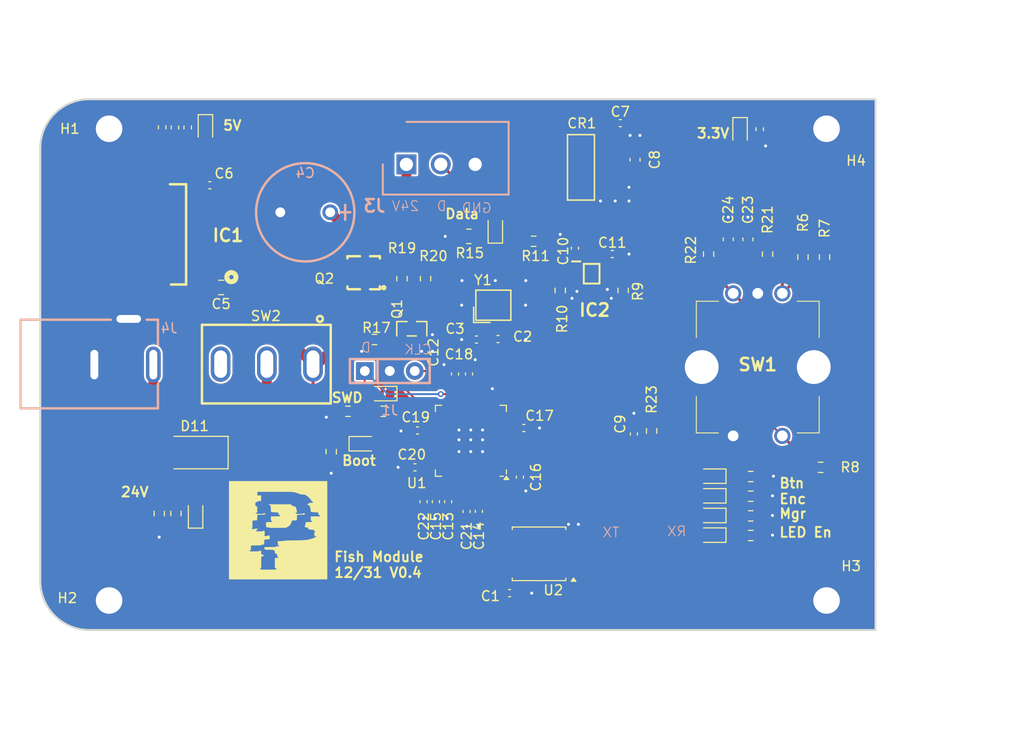
<source format=kicad_pcb>
(kicad_pcb (version 20240108) (generator "pcbnew") (generator_version "8.0")
  (layers (0 "F.Cu" signal) (31 "B.Cu" power) (34 "B.Paste" user) (35 "F.Paste" user) (36 "B.SilkS" user "B.Silkscreen") (37 "F.SilkS" user "F.Silkscreen") (38 "B.Mask" user) (39 "F.Mask" user) (44 "Edge.Cuts" user))
  (net 0 "")
  (net 1 "GND")
  (net 2 "+3.3V")
  (net 3 "/XIN")
  (net 4 "+24V")
  (net 5 "+5V")
  (net 6 "/BTN")
  (net 7 "+1V1")
  (net 8 "/ENC_A")
  (net 9 "/ENC_B")
  (net 10 "Net-(D11-K)")
  (net 11 "Net-(D1-K)")
  (net 12 "Net-(D2-K)")
  (net 13 "Net-(D3-K)")
  (net 14 "Net-(D4-K)")
  (net 15 "/SW_D")
  (net 16 "/ENC_LED")
  (net 17 "Net-(D5-K)")
  (net 18 "/BTN_LED")
  (net 19 "Net-(D6-K)")
  (net 20 "Net-(D7-K)")
  (net 21 "/MGR_LED")
  (net 22 "/LED_EN_LED")
  (net 23 "Net-(D8-K)")
  (net 24 "/BOOT_LED")
  (net 25 "Net-(D9-K)")
  (net 26 "Net-(D10-K)")
  (net 27 "Net-(D11-A)")
  (net 28 "Net-(IC2-A2)")
  (net 29 "Net-(IC2-A1)")
  (net 30 "/LED_D")
  (net 31 "Net-(IC2-B2)")
  (net 32 "/SW_CLK")
  (net 33 "/UART_TX")
  (net 34 "/UART_RX")
  (net 35 "Net-(Q1-D)")
  (net 36 "/LED_D_O")
  (net 37 "/XOUT")
  (net 38 "Net-(SW1-A)")
  (net 39 "Net-(SW1-B)")
  (net 40 "Net-(R23-Pad2)")
  (net 43 "/QSPI_SS")
  (net 44 "/LED_EN")
  (net 55 "/QSPI_SCLK")
  (net 56 "/QSPI_SD3")
  (net 57 "/QSPI_SD2")
  (net 59 "/QSPI_SD0")
  (net 61 "/QSPI_SD1")
  (net 67 "Net-(R2-Pad1)")
  (net 68 "Net-(R3-Pad2)")
  (net 69 "Net-(R28-Pad2)")
  (net 70 "Net-(R30-Pad1)")
  (net 71 "Net-(Q2-G)")
  (net 75 "Net-(C4-Pad1)")
  (footprint "LED_SMD:LED_0603_1608Metric" (layer "F.Cu") (at 87.3 90.9 90)
    (property "Reference" "D8" (hide yes))
    (property "Value" "YELLOW")
  )
  (footprint "Resistor_SMD:R_0603_1608Metric" (layer "F.Cu") (at 118.6 93.8 90)
    (property "Reference" "R6")
    (property "Value" "10K")
  )
  (footprint "Resistor_SMD:R_0402_1005Metric" (layer "F.Cu") (at 53.4 80.6 -90)
    (property "Reference" "R31" (hide yes))
    (property "Value" "1K")
  )
  (footprint "Capacitor_SMD:C_0402_1005Metric" (layer "F.Cu") (at 87.575 102.15)
    (property "Reference" "C2")
    (property "Value" "12p")
  )
  (footprint "Capacitor_SMD:C_0402_1005Metric" (layer "F.Cu") (at 88.75 128)
    (property "Reference" "C1")
    (property "Value" "100n")
  )
  (footprint "easyeda2kicad:SOT-23-3_L2.9-W1.3-P0.95-LS2.4-BR" (layer "F.Cu") (at 78.8 101.1 -90)
    (property "Reference" "Q1")
    (property "Value" "CMN3406M")
  )
  (footprint "Resistor_SMD:R_0603_1608Metric" (layer "F.Cu") (at 113.2875 118.14)
    (property "Reference" "R12" (hide yes))
    (property "Value" "330")
  )
  (footprint "L7805ABD2T-TR:D2PAK-STB35NF10T4" (layer "F.Cu") (at 55.837 86.4)
    (property "Reference" "IC1")
    (property "Value" "L7805ABD2T-TR" (hide yes))
  )
  (footprint "Resistor_SMD:R_0603_1608Metric" (layer "F.Cu") (at 54.8 119.9 -90)
    (property "Reference" "R2" (hide yes))
    (property "Value" "10K")
  )
  (footprint "Resistor_SMD:R_0603_1608Metric" (layer "F.Cu") (at 113.2875 120.14)
    (property "Reference" "R14" (hide yes))
    (property "Value" "330")
  )
  (footprint "Resistor_SMD:R_0603_1608Metric" (layer "F.Cu") (at 109 93.5 90)
    (property "Reference" "R22")
    (property "Value" "10k")
  )
  (footprint "Resistor_SMD:R_0603_1608Metric" (layer "F.Cu") (at 75.9 109.5 180)
    (property "Reference" "R5" (hide yes))
    (property "Value" "330")
  )
  (footprint "Capacitor_SMD:C_0402_1005Metric" (layer "F.Cu") (at 84.375 119.7 -90)
    (property "Reference" "C21")
    (property "Value" "100n")
  )
  (footprint "Resistor_SMD:R_0603_1608Metric" (layer "F.Cu") (at 115 93.5 -90)
    (property "Reference" "R21")
    (property "Value" "10k")
  )
  (footprint "Resistor_SMD:R_0603_1608Metric" (layer "F.Cu") (at 53.1 119.9 -90)
    (property "Reference" "R29" (hide yes))
    (property "Value" "10K")
  )
  (footprint "Resistor_SMD:R_0603_1608Metric" (layer "F.Cu") (at 120.4 115.2)
    (property "Reference" "R8")
    (property "Value" "10K")
  )
  (footprint "PEC11R-4220F-S0024:PEC11R4220FS0024" (layer "F.Cu") (at 116.5 112 180)
    (property "Reference" "SW1")
    (property "Value" "PEC11R" (hide yes))
  )
  (footprint "Capacitor_SMD:C_0603_1608Metric" (layer "F.Cu") (at 113 92 90)
    (property "Reference" "C23")
    (property "Value" "0.01u")
  )
  (footprint "LED_SMD:LED_0603_1608Metric" (layer "F.Cu") (at 56.8 119.9 90)
    (property "Reference" "D1" (hide yes))
    (property "Value" "RED")
  )
  (footprint "Capacitor_SMD:C_0402_1005Metric" (layer "F.Cu") (at 83.2 105.7 90)
    (property "Reference" "C12")
    (property "Value" "100n")
  )
  (footprint "LED_SMD:LED_0603_1608Metric" (layer "F.Cu") (at 75.8 107.7 180)
    (property "Reference" "D4" (hide yes))
    (property "Value" "YELLOW")
  )
  (footprint "Capacitor_SMD:C_0402_1005Metric" (layer "F.Cu") (at 101.4 111.8 90)
    (property "Reference" "C9")
    (property "Value" "100n")
  )
  (footprint "Capacitor_SMD:C_0402_1005Metric" (layer "F.Cu") (at 81.25 118.7 -90)
    (property "Reference" "C15")
    (property "Value" "1u")
  )
  (footprint "Capacitor_SMD:C_0402_1005Metric" (layer "F.Cu") (at 85.625 119.68 -90)
    (property "Reference" "C14")
    (property "Value" "100n")
  )
  (footprint "Diode_SMD:D_SMA" (layer "F.Cu") (at 56.6 113.7 180)
    (property "Reference" "D11")
    (property "Value" "D_Schottky")
  )
  (footprint "Resistor_SMD:R_0603_1608Metric" (layer "F.Cu") (at 75 102.2)
    (property "Reference" "R17")
    (property "Value" "10k")
  )
  (footprint "Package_SO:SOIC-8_5.23x5.23mm_P1.27mm" (layer "F.Cu") (at 91.75 124 180)
    (property "Reference" "U2")
    (property "Value" "W25Q128JVS")
  )
  (footprint "MountingHole:MountingHole_2.7mm_M2.5_DIN965_Pad" (layer "F.Cu") (at 121 128.75)
    (property "Reference" "H3")
    (property "Value" "MountingHole_Pad")
  )
  (footprint "LED_SMD:LED_0603_1608Metric" (layer "F.Cu") (at 109.2875 116.1 180)
    (property "Reference" "D6" (hide yes))
    (property "Value" "GREEN")
  )
  (footprint "Capacitor_SMD:C_0603_1608Metric" (layer "F.Cu") (at 111 92 90)
    (property "Reference" "C24")
    (property "Value" "0.01u")
  )
  (footprint "LED_SMD:LED_0603_1608Metric" (layer "F.Cu") (at 109.2875 118.1 180)
    (property "Reference" "D5" (hide yes))
    (property "Value" "GREEN")
  )
  (footprint "Capacitor_SMD:C_0402_1005Metric" (layer "F.Cu") (at 90.2 111.2)
    (property "Reference" "C17")
    (property "Value" "100n")
  )
  (footprint "Capacitor_SMD:C_0402_1005Metric" (layer "F.Cu") (at 58.25 86.5 180)
    (property "Reference" "C6")
    (property "Value" "100n")
  )
  (footprint "Resistor_SMD:R_0603_1608Metric" (layer "F.Cu") (at 100.3 97.2 90)
    (property "Reference" "R9")
    (property "Value" "10K")
  )
  (footprint "Capacitor_SMD:C_0402_1005Metric" (layer "F.Cu") (at 85.375 102.2)
    (property "Reference" "C3")
    (property "Value" "12p")
  )
  (footprint "easyeda2kicad:SW-TH_MT-0-102-E001-T000-RS-PJ" (layer "F.Cu") (at 64.05 104.7 90)
    (property "Reference" "SW2")
    (property "Value" "MT-0-102")
  )
  (footprint "easyeda2kicad:SOT-223-4_L6.5-W3.5-P2.30-LS7.0-BR" (layer "F.Cu") (at 96.0127 84.6785)
    (property "Reference" "CR1")
    (property "Value" "LD1117S33CTR")
  )
  (footprint "Capacitor_SMD:C_0402_1005Metric" (layer "F.Cu") (at 99.2 93.5)
    (property "Reference" "C11")
    (property "Value" "1u")
  )
  (footprint "SN74LVC2T45DCUR:SOP50P310X90-8N" (layer "F.Cu") (at 97.1 95.5)
    (property "Reference" "IC2")
    (property "Value" "SN74LVC2T45DCUR" (hide yes))
  )
  (footprint "MountingHole:MountingHole_2.7mm_M2.5_DIN965_Pad" (layer "F.Cu") (at 48 80.75)
    (property "Reference" "H1")
    (property "Value" "MountingHole_Pad")
  )
  (footprint "Resistor_SMD:R_0603_1608Metric" (layer "F.Cu") (at 113.2875 116.14)
    (property "Reference" "R13" (hide yes))
    (property "Value" "330")
  )
  (footprint "MountingHole:MountingHole_2.7mm_M2.5_DIN965_Pad" (layer "F.Cu") (at 121 80.75)
    (property "Reference" "H4")
    (property "Value" "MountingHole_Pad")
  )
  (footprint "Capacitor_SMD:C_0805_2012Metric" (layer "F.Cu") (at 59.4 96.9 180)
    (property "Reference" "C5")
    (property "Value" ".33u")
  )
  (footprint "Capacitor_SMD:C_0402_1005Metric" (layer "F.Cu") (at 82.5 118.7 -90)
    (property "Reference" "C13")
    (property "Value" "1u")
  )
  (footprint "LED_SMD:LED_0603_1608Metric" (layer "F.Cu") (at 109.2875 122.1 180)
    (property "Reference" "D10" (hide yes))
    (property "Value" "GREEN")
  )
  (footprint "Polis_Footprints:polis_logo_10x10" (layer "F.Cu") (at 65.2 121.6)
    (property "Reference" "G***" (hide yes))
    (property "Value" "LOGO" (hide yes))
  )
  (footprint "LED_SMD:LED_0603_1608Metric" (layer "F.Cu") (at 73.9 112.8)
    (property "Reference" "D9" (hide yes))
    (property "Value" "GREEN")
  )
  (footprint "easyeda2kicad:DFN-8_L3.3-W3.3-P0.65-BL-EP" (layer "F.Cu") (at 73.9 95.37 90)
    (property "Reference" "Q2")
    (property "Value" "FH38P03G6")
  )
  (footprint "Resistor_SMD:R_0603_1608Metric" (layer "F.Cu") (at 113.2875 122.14)
    (property "Reference" "R18" (hide yes))
    (property "Value" "330")
  )
  (footprint "Resistor_SMD:R_0402_1005Metric" (layer "F.Cu") (at 114.2 80.8 -90)
    (property "Reference" "R4" (hide yes))
    (property "Value" "1K")
  )
  (footprint "Capacitor_SMD:C_0402_1005Metric" (layer "F.Cu") (at 95.4 92.9 90)
    (property "Reference" "C10")
    (property "Value" "1u")
  )
  (footprint "Capacitor_SMD:C_0402_1005Metric" (layer "F.Cu") (at 89.8 116.2 -90)
    (property "Reference" "C16")
    (property "Value" "100n")
  )
  (footprint "easyeda2kicad:OSC-SMD_4P-L2.5-W2.0-BL" (layer "F.Cu") (at 87.1 98.7)
    (property "Reference" "Y1")
    (property "Value" "XYDBPCNANF-12MHZ")
  )
  (footprint "MountingHole:MountingHole_2.7mm_M2.5_DIN965_Pad" (layer "F.Cu") (at 48 128.75)
    (property "Reference" "H2")
    (property "Value" "MountingHole_Pad")
  )
  (footprint "Capacitor_SMD:C_0402_1005Metric" (layer "F.Cu") (at 84.625 105.7 90)
    (property "Reference" "C18")
    (property "Value" "100n")
  )
  (footprint "Resistor_SMD:R_0603_1608Metric" (layer "F.Cu") (at 70.6 113.6 -90)
    (property "Reference" "R16" (hide yes))
    (property "Value" "330")
  )
  (footprint "Resistor_SMD:R_0402_1005Metric" (layer "F.Cu") (at 56 80.62 -90)
    (property "Reference" "R3" (hide yes))
    (property "Value" "1K")
  )
  (footprint "Resistor_SMD:R_0603_1608Metric" (layer "F.Cu") (at 77.8 96 -90)
    (property "Reference" "R19")
    (property "Value" "10k")
  )
  (footprint "Resistor_SMD:R_0603_1608Metric" (layer "F.Cu") (at 93.9 97.2 90)
    (property "Reference" "R10")
    (property "Value" "10K")
  )
  (footprint "Package_DFN_QFN:QFN-56-1EP_7x7mm_P0.4mm_EP3.2x3.2mm" (layer "F.Cu") (at 84.8125 112.5 180)
    (property "Reference" "U1")
    (property "Value" "RP2040")
  )
  (footprint "Capacitor_SMD:C_0402_1005Metric" (layer "F.Cu") (at 79.375 111.45 180)
    (property "Reference" "C19")
    (property "Value" "100n")
  )
  (footprint "Capacitor_SMD:C_0603_1608Metric" (layer "F.Cu") (at 101.5127 83.9 90)
    (property "Reference" "C8")
    (property "Value" "10u")
  )
  (footprint "Resistor_SMD:R_0603_1608Metric" (layer "F.Cu") (at 91.2 92.2)
    (property "Reference" "R11")
    (property "Value" "100")
  )
  (footprint "Capacitor_SMD:C_0402_1005Metric" (layer "F.Cu") (at 80 118.7 -90)
    (property "Reference" "C22")
    (property "Value" "100n")
  )
  (footprint "LED_SMD:LED_0603_1608Metric" (layer "F.Cu") (at 57.8 80.8 -90)
    (property "Reference" "D2" (hide yes))
    (property "Value" "RED")
  )
  (footprint "Resistor_SMD:R_0603_1608Metric" (layer "F.Cu") (at 120.8 93.8 90)
    (property "Reference" "R7")
    (property "Value" "10k")
  )
  (footprint "LED_SMD:LED_0603_1608Metric" (layer "F.Cu") (at 112.2 81.1 -90)
    (property "Reference" "D3" (hide yes))
    (property "Value" "RED")
  )
  (footprint "Resistor_SMD:R_0805_2012Metric" (layer "F.Cu") (at 84.6 91.7 180)
    (property "Reference" "R15")
    (property "Value" "2.4k")
  )
  (footprint "Resistor_SMD:R_0603_1608Metric" (layer "F.Cu") (at 103.2 111.5 90)
    (property "Reference" "R23")
    (property "Value" "10k")
  )
  (footprint "Resistor_SMD:R_0402_1005Metric" (layer "F.Cu") (at 54.7 80.62 -90)
    (property "Reference" "R30" (hide yes))
    (property "Value" "1K")
  )
  (footprint "Resistor_SMD:R_0603_1608Metric" (layer "F.Cu") (at 80.2 96 90)
    (property "Reference" "R20")
    (property "Value" "10k")
  )
  (footprint "Capacitor_SMD:C_0402_1005Metric" (layer "F.Cu") (at 79.125 115.2 180)
    (property "Reference" "C20")
    (property "Value" "100n")
  )
  (footprint "Resistor_SMD:R_0603_1608Metric" (layer "F.Cu") (at 72.3 109.5)
    (property "Reference" "R28" (hide yes))
    (property "Value" "330")
  )
  (footprint "LED_SMD:LED_0603_1608Metric" (layer "F.Cu") (at 109.2875 120.1 180)
    (property "Reference" "D7" (hide yes))
    (property "Value" "GREEN")
  )
  (footprint "Capacitor_SMD:C_0402_1005Metric" (layer "F.Cu") (at 100.0127 80.1785)
    (property "Reference" "C7")
    (property "Value" "100n")
  )
  (footprint "easyeda2kicad:DC-IN-TH_DC-005-A250" (layer "B.Cu") (at 49.5 102.42)
    (property "Reference" "J4")
    (property "Value" "DC-005-A250" (hide yes))
  )
  (footprint "easyeda2kicad:HDR-TH_3P-P2.54-V-F-1" (layer "B.Cu") (at 76.56 105.4)
    (property "Reference" "J1")
    (property "Value" "DS1023-1x3SF11" (hide yes))
  )
  (footprint "284514-3:SHDR3W80P0X350_1X3_1250X725X940P" (layer "B.Cu") (at 78.25 84.375)
    (property "Reference" "J3")
    (property "Value" "284514-3" (hide yes))
  )
  (footprint "easyeda2kicad:CAP-TH_BD10.0-P5.00-D1.0-FD" (layer "B.Cu") (at 67.96 89.25 180)
    (property "Reference" "C4")
    (property "Value" "470u")
  )
  (gr_line (start 125.976468 124.75) (end 125.976468 84.75) (stroke (width 0.2)) (layer "Edge.Cuts"))
  (gr_arc (start 41.000001 82.750001) (mid 42.464466 79.214467) (end 46 77.75) (stroke (width 0.2)) (layer "Edge.Cuts"))
  (gr_line (start 41.000001 82.750001) (end 41.000001 126.750001) (stroke (width 0.2)) (layer "Edge.Cuts"))
  (gr_line (start 46 77.75) (end 125.976468 77.75) (stroke (width 0.2)) (layer "Edge.Cuts"))
  (gr_line (start 125.976468 131.75) (end 125.976468 124.75) (stroke (width 0.2)) (layer "Edge.Cuts"))
  (gr_line (start 46.000002 131.75) (end 125.976468 131.75) (stroke (width 0.2)) (layer "Edge.Cuts"))
  (gr_line (start 125.976468 77.75) (end 125.976468 84.75) (stroke (width 0.2)) (layer "Edge.Cuts"))
  (gr_arc (start 46.000002 131.75) (mid 42.464468 130.285535) (end 41.000001 126.750001) (stroke (width 0.2)) (layer "Edge.Cuts"))
  (gr_text "CLK" (at 80.9 103.8 0) (layer "B.SilkS") (effects (font (size 1 1) (thickness 0.1)) (justify left bottom mirror)))
  (gr_text "D" (at 82.4 89.2 0) (layer "B.SilkS") (effects (font (size 1 1) (thickness 0.1)) (justify left bottom mirror)))
  (gr_text "RX" (at 106.8 122.3 0) (layer "B.SilkS") (effects (font (size 1 1) (thickness 0.1)) (justify left bottom mirror)))
  (gr_text "D" (at 74.7 103.6 0) (layer "B.SilkS") (effects (font (size 1 1) (thickness 0.1)) (justify left bottom mirror)))
  (gr_text "GND" (at 87 89.4 0) (layer "B.SilkS") (effects (font (size 1 1) (thickness 0.1)) (justify left bottom mirror)))
  (gr_text "24V" (at 79.6 89.2 0) (layer "B.SilkS") (effects (font (size 1 1) (thickness 0.1)) (justify left bottom mirror)))
  (gr_text "TX" (at 100 122.4 0) (layer "B.SilkS") (effects (font (size 1 1) (thickness 0.1)) (justify left bottom mirror)))
  (gr_text "5V" (at 59.5 81 0) (layer "F.SilkS") (effects (font (size 1 1) (thickness 0.2) (bold yes)) (justify left bottom)))
  (gr_text "24V" (at 49.1 118.3 0) (layer "F.SilkS") (effects (font (size 1 1) (thickness 0.2) (bold yes)) (justify left bottom)))
  (gr_text "LED En" (at 116.1 122.4 0) (layer "F.SilkS") (effects (font (size 1 1) (thickness 0.2) (bold yes)) (justify left bottom)))
  (gr_text "SWD" (at 70.55 108.7 0) (layer "F.SilkS") (effects (font (size 1 1) (thickness 0.2) (bold yes)) (justify left bottom)))
  (gr_text "Boot" (at 71.6 115.1 0) (layer "F.SilkS") (effects (font (size 1 1) (thickness 0.2) (bold yes)) (justify left bottom)))
  (gr_text "Fish Module\n12/31 V0.4" (at 70.8 126.5 0) (layer "F.SilkS") (effects (font (size 1 1) (thickness 0.2) (bold yes)) (justify left bottom)))
  (gr_text "Enc" (at 116.1 119 0) (layer "F.SilkS") (effects (font (size 1 1) (thickness 0.2) (bold yes)) (justify left bottom)))
  (gr_text "3.3V\n" (at 107.7 81.8 0) (layer "F.SilkS") (effects (font (size 1 1) (thickness 0.2) (bold yes)) (justify left bottom)))
  (gr_text "Btn" (at 116.1 117.4 0) (layer "F.SilkS") (effects (font (size 1 1) (thickness 0.2) (bold yes)) (justify left bottom)))
  (gr_text "Data" (at 82.1 90 0) (layer "F.SilkS") (effects (font (size 1 1) (thickness 0.2) (bold yes)) (justify left bottom)))
  (gr_text "Mgr" (at 116.1 120.5 0) (layer "F.SilkS") (effects (font (size 1 1) (thickness 0.2) (bold yes)) (justify left bottom)))
  (segment (start 114.1125 116.14) (end 115.56 116.14) (width 0.2) (layer "F.Cu") (net 1))
  (segment (start 80 119.18) (end 80 120.4) (width 0.2) (layer "F.Cu") (net 1))
  (segment (start 78.895 111.45) (end 77.75 111.45) (width 0.2) (layer "F.Cu") (net 1))
  (segment (start 114.2 81.31) (end 114.2 81.9) (width 0.3) (layer "F.Cu") (net 1))
  (segment (start 82.5 119.18) (end 82.5 120.3) (width 0.2) (layer "F.Cu") (net 1))
  (segment (start 55.9 96.9) (end 58.45 96.9) (width 0.3) (layer "F.Cu") (net 1))
  (segment (start 89.525 128) (end 91 128) (width 0.2) (layer "F.Cu") (net 1))
  (segment (start 74.175 102.2) (end 74.175 102.925) (width 0.3) (layer "F.Cu") (net 1))
  (segment (start 53.1 120.725) (end 53.1 122.3) (width 0.3) (layer "F.Cu") (net 1))
  (segment (start 83.2 105.22) (end 82.545 105.22) (width 0.2) (layer "F.Cu") (net 1))
  (segment (start 114.1125 122.14) (end 115.46 122.14) (width 0.2) (layer "F.Cu") (net 1))
  (segment (start 84.625 105.22) (end 84.625 104.875) (width 0.2) (layer "F.Cu") (net 1))
  (segment (start 86.8 107.2) (end 87 107.2) (width 0.2) (layer "F.Cu") (net 1))
  (segment (start 101.4 111.025) (end 101.4 109.7) (width 0.2) (layer "F.Cu") (net 1))
  (segment (start 82.545 105.22) (end 82.075 104.75) (width 0.2) (layer "F.Cu") (net 1))
  (segment (start 77.75 111.45) (end 77.7 111.5) (width 0.2) (layer "F.Cu") (net 1))
  (segment (start 84.625 104.875) (end 85.25 104.25) (width 0.2) (layer "F.Cu") (net 1))
  (segment (start 114.2 81.9) (end 114.8 82.5) (width 0.3) (layer "F.Cu") (net 1))
  (segment (start 85.625 121.175) (end 85.6 121.2) (width 0.2) (layer "F.Cu") (net 1))
  (segment (start 111 91.225) (end 111 89.75) (width 0.3) (layer "F.Cu") (net 1))
  (segment (start 85.8125 108.1875) (end 86.8 107.2) (width 0.2) (layer "F.Cu") (net 1))
  (segment (start 70.6 114.425) (end 70.6 115.8) (width 0.5) (layer "F.Cu") (net 1))
  (segment (start 85.625 120.16) (end 85.625 121.175) (width 0.2) (layer "F.Cu") (net 1))
  (segment (start 89.8 117) (end 90.4 117.6) (width 0.2) (layer "F.Cu") (net 1))
  (segment (start 115.46 118.14) (end 115.5 118.1) (width 0.2) (layer "F.Cu") (net 1))
  (segment (start 81.25 119.18) (end 81.25 120.35) (width 0.2) (layer "F.Cu") (net 1))
  (segment (start 70.7 109.5) (end 70.1 110.1) (width 0.5) (layer "F.Cu") (net 1))
  (segment (start 84.375 121.175) (end 84.4 121.2) (width 0.2) (layer "F.Cu") (net 1))
  (segment (start 53.4 81.11) (end 53.4 84) (width 0.3) (layer "F.Cu") (net 1))
  (segment (start 114.1125 120.14) (end 115.46 120.14) (width 0.2) (layer "F.Cu") (net 1))
  (segment (start 114.1125 118.14) (end 115.46 118.14) (width 0.2) (layer "F.Cu") (net 1))
  (segment (start 113 91.225) (end 113 89.75) (width 0.3) (layer "F.Cu") (net 1))
  (segment (start 85.8125 109.0625) (end 85.8125 108.1875) (width 0.2) (layer "F.Cu") (net 1))
  (segment (start 89.8 116.68) (end 89.8 117) (width 0.2) (layer "F.Cu") (net 1))
  (segment (start 53.4 84) (end 54.3 84.9) (width 0.3) (layer "F.Cu") (net 1))
  (segment (start 94.82 92.42) (end 93.9 91.5) (width 0.5) (layer "F.Cu") (net 1))
  (segment (start 90.68 111.2) (end 91.8 111.2) (width 0.2) (layer "F.Cu") (net 1))
  (segment (start 84.375 120.18) (end 84.375 121.175) (width 0.2) (layer "F.Cu") (net 1))
  (segment (start 83.6875 91.7) (end 82.2 91.7) (width 0.3) (layer "F.Cu") (net 1))
  (segment (start 115.56 116.14) (end 115.6 116.1) (width 0.2) (layer "F.Cu") (net 1))
  (segment (start 82.5 120.3) (end 82.4 120.4) (width 0.2) (layer "F.Cu") (net 1))
  (segment (start 115.46 122.14) (end 115.5 122.1) (width 0.2) (layer "F.Cu") (net 1))
  (segment (start 74.175 102.925) (end 73.7 103.4) (width 0.3) (layer "F.Cu") (net 1))
  (segment (start 55.5 96.5) (end 55.9 96.9) (width 0.3) (layer "F.Cu") (net 1))
  (segment (start 115.46 120.14) (end 115.5 120.1) (width 0.2) (layer "F.Cu") (net 1))
  (segment (start 57.77 86.5) (end 55.3 86.5) (width 0.3) (layer "F.Cu") (net 1))
  (segment (start 78.645 115.2) (end 77.4 115.2) (width 0.2) (layer "F.Cu") (net 1))
  (segment (start 71.475 109.5) (end 70.7 109.5) (width 0.5) (layer "F.Cu") (net 1))
  (segment (start 81.25 120.35) (end 81.2 120.4) (width 0.2) (layer "F.Cu") (net 1))
  (segment (start 99.68 93.5) (end 100.9 93.5) (width 0.5) (layer "F.Cu") (net 1))
  (segment (start 95.4 92.42) (end 94.82 92.42) (width 0.5) (layer "F.Cu") (net 1))
  (via (at 82.2 91.7) (size 0.6) (drill 0.3) (layers "F.Cu" "B.Cu") (net 1))
  (via (at 87.3 96.2) (size 0.6) (drill 0.3) (layers "F.Cu" "B.Cu") (net 1))
  (via (at 100.9 93.5) (size 0.6) (drill 0.3) (layers "F.Cu" "B.Cu") (net 1))
  (via (at 115.5 118.1) (size 0.6) (drill 0.3) (layers "F.Cu" "B.Cu") (net 1))
  (via (at 90.375 98.7) (size 0.6) (drill 0.3) (layers "F.Cu" "B.Cu") (net 1))
  (via (at 113 89.75) (size 0.6) (drill 0.3) (layers "F.Cu" "B.Cu") (net 1))
  (via (at 85.25 104.25) (size 0.6) (drill 0.3) (layers "F.Cu" "B.Cu") (net 1))
  (via (at 70.6 115.8) (size 0.6) (drill 0.3) (layers "F.Cu" "B.Cu") (net 1))
  (via (at 101.0127 81.4285) (size 0.6) (drill 0.3) (layers "F.Cu" "B.Cu") (net 1))
  (via (at 115.6 116.1) (size 0.6) (drill 0.3) (layers "F.Cu" "B.Cu") (net 1))
  (via (at 86 112.4) (size 0.6) (drill 0.3) (layers "F.Cu" "B.Cu") (net 1))
  (via (at 95.1 98) (size 0.6) (drill 0.3) (layers "F.Cu" "B.Cu") (net 1))
  (via (at 111 89.75) (size 0.6) (drill 0.3) (layers "F.Cu" "B.Cu") (net 1))
  (via (at 91 128) (size 0.6) (drill 0.3) (layers "F.Cu" "B.Cu") (net 1))
  (via (at 101.4 109.7) (size 0.6) (drill 0.3) (layers "F.Cu" "B.Cu") (net 1))
  (via (at 98 88.1) (size 0.6) (drill 0.3) (layers "F.Cu" "B.Cu") (net 1))
  (via (at 77.7 111.5) (size 0.6) (drill 0.3) (layers "F.Cu" "B.Cu") (net 1))
  (via (at 94.75 121) (size 0.6) (drill 0.3) (layers "F.Cu" "B.Cu") (net 1))
  (via (at 87 107.2) (size 0.6) (drill 0.3) (layers "F.Cu" "B.Cu") (net 1))
  (via (at 91.8 111.2) (size 0.6) (drill 0.3) (layers "F.Cu" "B.Cu") (net 1))
  (via (at 80.9 103.4) (size 0.6) (drill 0.3) (layers "F.Cu" "B.Cu") (net 1))
  (via (at 73.7 103.4) (size 0.6) (drill 0.3) (layers "F.Cu" "B.Cu") (net 1))
  (via (at 115.5 120.1) (size 0.6) (drill 0.3) (layers "F.Cu" "B.Cu") (net 1))
  (via (at 90.4 96.2) (size 0.6) (drill 0.3) (layers "F.Cu" "B.Cu") (net 1))
  (via (at 99.1 98) (size 0.6) (drill 0.3) (layers "F.Cu" "B.Cu") (net 1))
  (via (at 82.4 120.4) (size 0.6) (drill 0.3) (layers "F.Cu" "B.Cu") (net 1))
  (via (at 85.6 121.2) (size 0.6) (drill 0.3) (layers "F.Cu" "B.Cu") (net 1))
  (via (at 83.875 98.7) (size 0.6) (drill 0.3) (layers "F.Cu" "B.Cu") (net 1))
  (via (at 98.7 97.1) (size 0.6) (drill 0.3) (layers "F.Cu" "B.Cu") (net 1))
  (via (at 80.9 101.7) (size 0.6) (drill 0.3) (layers "F.Cu" "B.Cu") (net 1))
  (via (at 83.6 111.4) (size 0.6) (drill 0.3) (layers "F.Cu" "B.Cu") (net 1))
  (via (at 70.1 110.1) (size 0.6) (drill 0.3) (layers "F.Cu" "B.Cu") (net 1))
  (via (at 77.4 115.2) (size 0.6) (drill 0.3) (layers "F.Cu" "B.Cu") (net 1))
  (via (at 84.4 121.2) (size 0.6) (drill 0.3) (layers "F.Cu" "B.Cu") (net 1))
  (via (at 86 111.4) (size 0.6) (drill 0.3) (layers "F.Cu" "B.Cu") (net 1))
  (via (at 93.9 91.5) (size 0.6) (drill 0.3) (layers "F.Cu" "B.Cu") (net 1))
  (via (at 100.9 88.1) (size 0.6) (drill 0.3) (layers "F.Cu" "B.Cu") (net 1))
  (via (at 83.6 113.6) (size 0.6) (drill 0.3) (layers "F.Cu" "B.Cu") (net 1))
  (via (at 83.875 102.2) (size 0.6) (drill 0.3) (layers "F.Cu" "B.Cu") (net 1))
  (via (at 53.1 122.3) (size 0.6) (drill 0.3) (layers "F.Cu" "B.Cu") (net 1))
  (via (at 95.6 97.3) (size 0.6) (drill 0.3) (layers "F.Cu" "B.Cu") (net 1))
  (via (at 114.8 82.5) (size 0.6) (drill 0.3) (layers "F.Cu" "B.Cu") (net 1))
  (via (at 84.8 113.6) (size 0.6) (drill 0.3) (layers "F.Cu" "B.Cu") (net 1))
  (via (at 80 120.4) (size 0.6) (drill 0.3) (layers "F.Cu" "B.Cu") (net 1))
  (via (at 102.0127 81.4285) (size 0.6) (drill 0.3) (layers "F.Cu" "B.Cu") (net 1))
  (via (at 79.8 103.4) (size 0.6) (drill 0.3) (layers "F.Cu" "B.Cu") (net 1))
  (via (at 115.5 122.1) (size 0.6) (drill 0.3) (layers "F.Cu" "B.Cu") (net 1))
  (via (at 100.9 86.7) (size 0.6) (drill 0.3) (layers "F.Cu" "B.Cu") (net 1))
  (via (at 99.5 88.1) (size 0.6) (drill 0.3) (layers "F.Cu" "B.Cu") (net 1))
  (via (at 95.75 121) (size 0.6) (drill 0.3) (layers "F.Cu" "B.Cu") (net 1))
  (via (at 86 113.6) (size 0.6) (drill 0.3) (layers "F.Cu" "B.Cu") (net 1))
  (via (at 82.075 104.75) (size 0.6) (drill 0.3) (layers "F.Cu" "B.Cu") (net 1))
  (via (at 84.8 111.4) (size 0.6) (drill 0.3) (layers "F.Cu" "B.Cu") (net 1))
  (via (at 90.375 102.2) (size 0.6) (drill 0.3) (layers "F.Cu" "B.Cu") (net 1))
  (via (at 83.9 96.2) (size 0.6) (drill 0.3) (layers "F.Cu" "B.Cu") (net 1))
  (via (at 81.2 120.4) (size 0.6) (drill 0.3) (layers "F.Cu" "B.Cu") (net 1))
  (via (at 84.8 112.4) (size 0.6) (drill 0.3) (layers "F.Cu" "B.Cu") (net 1))
  (via (at 90.4 117.6) (size 0.6) (drill 0.3) (layers "F.Cu" "B.Cu") (net 1))
  (via (at 83.6 112.4) (size 0.6) (drill 0.3) (layers "F.Cu" "B.Cu") (net 1))
  (segment (start 91.4 95.3) (end 92.1 96) (width 0.5) (layer "F.Cu") (net 2))
  (segment (start 82.2 99.7) (end 82.2 96) (width 0.5) (layer "F.Cu") (net 2))
  (segment (start 93.1827 86.9827) (end 95.6 89.4) (width 1) (layer "F.Cu") (net 2))
  (segment (start 90.85 94.75) (end 91.4 95.3) (width 0.5) (layer "F.Cu") (net 2))
  (segment (start 90.3 94.75) (end 90.85 94.75) (width 0.5) (layer "F.Cu") (net 2))
  (segment (start 95.6 89.4) (end 95.8 89.6) (width 1) (layer "F.Cu") (net 2))
  (segment (start 95.8 89.6) (end 98.6 89.6) (width 1) (layer "F.Cu") (net 2))
  (segment (start 93.1827 84.6785) (end 93.1827 86.9827) (width 1) (layer "F.Cu") (net 2))
  (segment (start 83.45 94.75) (end 90.3 94.75) (width 0.5) (layer "F.Cu") (net 2))
  (segment (start 92.1 96) (end 92.1 98.3) (width 0.5) (layer "F.Cu") (net 2))
  (segment (start 93.1827 84.6785) (end 93.1827 86.1827) (width 1) (layer "F.Cu") (net 2))
  (segment (start 93.1827 84.6785) (end 98.8427 84.6785) (width 1) (layer "F.Cu") (net 2))
  (segment (start 82.2 96) (end 83.45 94.75) (width 0.5) (layer "F.Cu") (net 2))
  (segment (start 87.1 106.1) (end 86.9375 106.2625) (width 0.2) (layer "F.Cu") (net 3))
  (segment (start 87.75 97.95) (end 87.1 98.6) (width 0.2) (layer "F.Cu") (net 3))
  (segment (start 86.9375 106.2625) (end 86.225 106.975) (width 0.2) (layer "F.Cu") (net 3))
  (segment (start 88.25 97.825) (end 88.25 97.95) (width 0.2) (layer "F.Cu") (net 3))
  (segment (start 85.4125 107.7875) (end 86.225 106.975) (width 0.2) (layer "F.Cu") (net 3))
  (segment (start 87.1 98.6) (end 87.1 106.1) (width 0.2) (layer "F.Cu") (net 3))
  (segment (start 88.05 97.95) (end 87.75 97.95) (width 0.2) (layer "F.Cu") (net 3))
  (segment (start 85.4125 109.0625) (end 85.4125 107.7875) (width 0.2) (layer "F.Cu") (net 3))
  (segment (start 56.8 119.1125) (end 57.6875 119.1125) (width 0.3) (layer "F.Cu") (net 4))
  (segment (start 77.075 96.825) (end 75.35 98.55) (width 0.5) (layer "F.Cu") (net 4))
  (segment (start 75.5475 95.34) (end 75.5475 98.3525) (width 1) (layer "F.Cu") (net 4))
  (segment (start 68.75 104.7) (end 68.75 103.55) (width 1) (layer "F.Cu") (net 4))
  (segment (start 68.2 104.15) (end 68.75 104.7) (width 0.5) (layer "F.Cu") (net 4))
  (segment (start 57.6875 119.1125) (end 68.75 108.05) (width 0.3) (layer "F.Cu") (net 4))
  (segment (start 68.75 104.7) (end 58.741 94.691) (width 1) (layer "F.Cu") (net 4))
  (segment (start 77.8 96.825) (end 77.075 96.825) (width 0.5) (layer "F.Cu") (net 4))
  (segment (start 75.35 98.55) (end 69.2 104.7) (width 1) (layer "F.Cu") (net 4))
  (segment (start 75.6 95.34) (end 75.5475 95.34) (width 1) (layer "F.Cu") (net 4))
  (segment (start 58.741 94.691) (end 58.741 94.04) (width 1) (layer "F.Cu") (net 4))
  (segment (start 69.2 104.7) (end 68.75 104.7) (width 1) (layer "F.Cu") (net 4))
  (segment (start 75.5475 98.3525) (end 75.35 98.55) (width 1) (layer "F.Cu") (net 4))
  (segment (start 68.75 108.05) (end 68.75 104.7) (width 0.3) (layer "F.Cu") (net 4))
  (segment (start 101.375 112.3) (end 101.4 112.275) (width 0.2) (layer "F.Cu") (net 6))
  (segment (start 101.4 112.275) (end 103.15 112.275) (width 0.2) (layer "F.Cu") (net 6))
  (segment (start 101.45 112.325) (end 101.4 112.275) (width 0.2) (layer "F.Cu") (net 6))
  (segment (start 103.15 112.275) (end 103.2 112.325) (width 0.2) (layer "F.Cu") (net 6))
  (segment (start 88.25 112.3) (end 101.375 112.3) (width 0.2) (layer "F.Cu") (net 6))
  (segment (start 83.0125 117.7075) (end 82.5 118.22) (width 0.2) (layer "F.Cu") (net 7))
  (segment (start 84.2125 109.0625) (end 84.2125 110.2875) (width 0.2) (layer "F.Cu") (net 7))
  (segment (start 85.625 119.2) (end 85.625 118.825) (width 0.2) (layer "F.Cu") (net 7))
  (segment (start 84.2125 110.2875) (end 84.1 110.4) (width 0.2) (layer "F.Cu") (net 7))
  (segment (start 85.0125 115.2125) (end 84.4 114.6) (width 0.2) (layer "F.Cu") (net 7))
  (segment (start 83.2 106.6) (end 83.2 106.18) (width 0.2) (layer "F.Cu") (net 7))
  (segment (start 85.0125 115.9375) (end 85.0125 115.2125) (width 0.2) (layer "F.Cu") (net 7))
  (segment (start 85.0125 118.1875) (end 85.0125 115.9375) (width 0.2) (layer "F.Cu") (net 7))
  (segment (start 83.0125 115.0875) (end 83.5 114.6) (width 0.2) (layer "F.Cu") (net 7))
  (segment (start 84.2125 107.6125) (end 83.2 106.6) (width 0.2) (layer "F.Cu") (net 7))
  (segment (start 84.2125 109.0625) (end 84.2125 107.6125) (width 0.2) (layer "F.Cu") (net 7))
  (segment (start 85 118.2) (end 85.0125 118.1875) (width 0.2) (layer "F.Cu") (net 7))
  (segment (start 83.0125 115.9375) (end 83.0125 115.0875) (width 0.2) (layer "F.Cu") (net 7))
  (segment (start 83.0125 115.9375) (end 83.0125 117.7075) (width 0.2) (layer "F.Cu") (net 7))
  (segment (start 85.625 118.825) (end 85 118.2) (width 0.2) (layer "F.Cu") (net 7))
  (segment (start 113.75 89) (end 115 90.25) (width 0.2) (layer "F.Cu") (net 8))
  (segment (start 109.75 89) (end 113.75 89) (width 0.2) (layer "F.Cu") (net 8))
  (segment (start 115 92.675) (end 113.1 92.675) (width 0.3) (layer "F.Cu") (net 8))
  (segment (start 104.75 102) (end 104.75 94) (width 0.2) (layer "F.Cu") (net 8))
  (segment (start 88.25 109.9) (end 92.9 105.25) (width 0.2) (layer "F.Cu") (net 8))
  (segment (start 92.9 105.25) (end 101.5 105.25) (width 0.2) (layer "F.Cu") (net 8))
  (segment (start 113.1 92.675) (end 113 92.775) (width 0.3) (layer "F.Cu") (net 8))
  (segment (start 104.75 94) (end 109.75 89) (width 0.2) (layer "F.Cu") (net 8))
  (segment (start 115 90.25) (end 115 92.675) (width 0.2) (layer "F.Cu") (net 8))
  (segment (start 101.5 105.25) (end 104.75 102) (width 0.2) (layer "F.Cu") (net 8))
  (segment (start 101.75 105.75) (end 105.25 102.25) (width 0.2) (layer "F.Cu") (net 9))
  (segment (start 109.425 92.675) (end 109.525 92.775) (width 0.2) (layer "F.Cu") (net 9))
  (segment (start 105.25 102.25) (end 105.25 94.5) (width 0.2) (layer "F.Cu") (net 9))
  (segment (start 88.25 110.3) (end 88.78386 110.3) (width 0.2) (layer "F.Cu") (net 9))
  (segment (start 107.075 92.675) (end 109 92.675) (width 0.2) (layer "F.Cu") (net 9))
  (segment (start 109 92.675) (end 109.425 92.675) (width 0.2) (layer "F.Cu") (net 9))
  (segment (start 105.25 94.5) (end 107.075 92.675) (width 0.2) (layer "F.Cu") (net 9))
  (segment (start 109.525 92.775) (end 111 92.775) (width 0.2) (layer "F.Cu") (net 9))
  (segment (start 88.78386 110.3) (end 93.33386 105.75) (width 0.2) (layer "F.Cu") (net 9))
  (segment (start 110.9 92.675) (end 111 92.775) (width 0.3) (layer "F.Cu") (net 9))
  (segment (start 93.33386 105.75) (end 101.75 105.75) (width 0.2) (layer "F.Cu") (net 9))
  (segment (start 60 113.7) (end 58.6 113.7) (width 1) (layer "F.Cu") (net 10))
  (segment (start 64.05 109.65) (end 60 113.7) (width 1) (layer "F.Cu") (net 10))
  (segment (start 64.05 109.65) (end 64.05 104.7) (width 1) (layer "F.Cu") (net 10))
  (segment (start 54.8375 120.6875) (end 54.8 120.725) (width 0.3) (layer "F.Cu") (net 11))
  (segment (start 56.8 120.6875) (end 54.8375 120.6875) (width 0.3) (layer "F.Cu") (net 11))
  (segment (start 57.8 80.0125) (end 56.0975 80.0125) (width 0.3) (layer "F.Cu") (net 12))
  (segment (start 56.0975 80.0125) (end 56 80.11) (width 0.3) (layer "F.Cu") (net 12))
  (segment (start 112.2 80.3125) (end 114.1775 80.3125) (width 0.3) (layer "F.Cu") (net 13))
  (segment (start 114.1775 80.3125) (end 114.2 80.29) (width 0.3) (layer "F.Cu") (net 13))
  (segment (start 76.5875 107.7) (end 76.5875 109.3625) (width 0.3) (layer "F.Cu") (net 14))
  (segment (start 76.5875 109.3625) (end 76.725 109.5) (width 0.3) (layer "F.Cu") (net 14))
  (segment (start 83.4125 108.52864) (end 82.63386 107.75) (width 0.2) (layer "F.Cu") (net 15))
  (segment (start 82.63386 107.75) (end 81.75 107.75) (width 0.2) (layer "F.Cu") (net 15))
  (segment (start 74 106.6875) (end 75.0125 107.7) (width 0.2) (layer "F.Cu") (net 15))
  (segment (start 74 105.4) (end 74 106.6875) (width 0.2) (layer "F.Cu") (net 15))
  (segment (start 83.4125 109.0625) (end 83.4125 108.52864) (width 0.2) (layer "F.Cu") (net 15))
  (via (at 81.75 107.75) (size 0.6) (drill 0.3) (layers "F.Cu" "B.Cu") (net 15))
  (segment (start 76.35 107.75) (end 74 105.4) (width 0.2) (layer "B.Cu") (net 15))
  (segment (start 81.75 107.75) (end 76.35 107.75) (width 0.2) (layer "B.Cu") (net 15))
  (segment (start 88.25 113.1) (end 96.8 113.1) (width 0.2) (layer "F.Cu") (net 16))
  (segment (start 96.8 113.1) (end 101.8 118.1) (width 0.2) (layer "F.Cu") (net 16))
  (segment (start 101.8 118.1) (end 108.5 118.1) (width 0.2) (layer "F.Cu") (net 16))
  (segment (start 112.4225 118.1) (end 112.4625 118.14) (width 0.2) (layer "F.Cu") (net 17))
  (segment (start 110.075 118.1) (end 112.4225 118.1) (width 0.2) (layer "F.Cu") (net 17))
  (segment (start 100.4 116.1) (end 108.5 116.1) (width 0.2) (layer "F.Cu") (net 18))
  (segment (start 88.25 112.7) (end 97 112.7) (width 0.2) (layer "F.Cu") (net 18))
  (segment (start 97 112.7) (end 100.4 116.1) (width 0.2) (layer "F.Cu") (net 18))
  (segment (start 112.4225 116.1) (end 112.4625 116.14) (width 0.2) (layer "F.Cu") (net 19))
  (segment (start 110.075 116.1) (end 112.4225 116.1) (width 0.2) (layer "F.Cu") (net 19))
  (segment (start 110.075 120.1) (end 112.4225 120.1) (width 0.2) (layer "F.Cu") (net 20))
  (segment (start 112.4225 120.1) (end 112.4625 120.14) (width 0.2) (layer "F.Cu") (net 20))
  (segment (start 103.2 120.1) (end 108.5 120.1) (width 0.2) (layer "F.Cu") (net 21))
  (segment (start 96.6 113.5) (end 103.2 120.1) (width 0.2) (layer "F.Cu") (net 21))
  (segment (start 88.25 113.5) (end 96.6 113.5) (width 0.2) (layer "F.Cu") (net 21))
  (segment (start 96.4 113.9) (end 104.6 122.1) (width 0.2) (layer "F.Cu") (net 22))
  (segment (start 104.6 122.1) (end 108.5 122.1) (width 0.2) (layer "F.Cu") (net 22))
  (segment (start 88.25 113.9) (end 96.4 113.9) (width 0.2) (layer "F.Cu") (net 22))
  (segment (start 85.525 91.6875) (end 85.5125 91.7) (width 0.3) (layer "F.Cu") (net 23))
  (segment (start 87.3 91.6875) (end 85.525 91.6875) (width 0.3) (layer "F.Cu") (net 23))
  (segment (start 81.375 112.7) (end 74.7875 112.7) (width 0.2) (layer "F.Cu") (net 24))
  (segment (start 74.7875 112.7) (end 74.6875 112.8) (width 0.2) (layer "F.Cu") (net 24))
  (segment (start 73.1125 112.8) (end 70.625 112.8) (width 0.5) (layer "F.Cu") (net 25))
  (segment (start 70.625 112.8) (end 70.6 112.775) (width 0.5) (layer "F.Cu") (net 25))
  (segment (start 112.4225 122.1) (end 112.4625 122.14) (width 0.2) (layer "F.Cu") (net 26))
  (segment (start 110.075 122.1) (end 112.4225 122.1) (width 0.2) (layer "F.Cu") (net 26))
  (segment (start 52.5 104.75) (end 52.5 111.6) (width 1) (layer "F.Cu") (net 27))
  (segment (start 52.5 111.6) (end 54.6 113.7) (width 1) (layer "F.Cu") (net 27))
  (segment (start 94.525 95.75) (end 93.9 96.375) (width 0.3) (layer "F.Cu") (net 28))
  (segment (start 95.525 95.75) (end 94.525 95.75) (width 0.3) (layer "F.Cu") (net 28))
  (segment (start 94.3 95.25) (end 92.025 92.975) (width 0.3) (layer "F.Cu") (net 29))
  (segment (start 95.525 95.25) (end 94.3 95.25) (width 0.3) (layer "F.Cu") (net 29))
  (segment (start 92.025 92.975) (end 92.025 92.2) (width 0.3) (layer "F.Cu") (net 29))
  (segment (start 96.6 104.6) (end 91.875 104.6) (width 0.3) (layer "F.Cu") (net 30))
  (segment (start 87.4625 109.0125) (end 87.4625 109.0625) (width 0.3) (layer "F.Cu") (net 30))
  (segment (start 101.35 95.25) (end 102.2 96.1) (width 0.3) (layer "F.Cu") (net 30))
  (segment (start 102.2 96.1) (end 102.2 99) (width 0.3) (layer "F.Cu") (net 30))
  (segment (start 102.2 99) (end 96.6 104.6) (width 0.3) (layer "F.Cu") (net 30))
  (segment (start 98.675 95.25) (end 101.35 95.25) (width 0.3) (layer "F.Cu") (net 30))
  (segment (start 91.875 104.6) (end 87.4625 109.0125) (width 0.3) (layer "F.Cu") (net 30))
  (segment (start 99.675 95.75) (end 100.3 96.375) (width 0.3) (layer "F.Cu") (net 31))
  (segment (start 98.675 95.75) (end 99.675 95.75) (width 0.3) (layer "F.Cu") (net 31))
  (segment (start 83.8125 107.8125) (end 81.4 105.4) (width 0.2) (layer "F.Cu") (net 32))
  (segment (start 83.8125 109.0625) (end 83.8125 107.8125) (width 0.2) (layer "F.Cu") (net 32))
  (segment (start 81.4 105.4) (end 79.08 105.4) (width 0.2) (layer "F.Cu") (net 32))
  (segment (start 80.2 98.7) (end 78.8 100.1) (width 1) (layer "F.Cu") (net 35))
  (segment (start 80.2 96.825) (end 80.2 98.7) (width 1) (layer "F.Cu") (net 35))
  (segment (start 90.375 92.2) (end 89.575 92.2) (width 0.3) (layer "F.Cu") (net 36))
  (segment (start 89.575 92.2) (end 81.75 84.375) (width 0.3) (layer "F.Cu") (net 36))
  (segment (start 85.95 102.05) (end 85.95 99.575) (width 0.2) (layer "F.Cu") (net 37))
  (segment (start 85.855 102.145) (end 85.95 102.05) (width 0.2) (layer "F.Cu") (net 37))
  (segment (start 85.875 102.22) (end 85.855 102.2) (width 0.2) (layer "F.Cu") (net 37))
  (segment (start 85.0125 107.3875) (end 85.875 106.525) (width 0.2) (layer "F.Cu") (net 37))
  (segment (start 85.875 106.525) (end 85.875 102.22) (width 0.2) (layer "F.Cu") (net 37))
  (segment (start 85.855 102.2) (end 85.855 102.145) (width 0.2) (layer "F.Cu") (net 37))
  (segment (start 85.0125 109.0625) (end 85.0125 107.3875) (width 0.2) (layer "F.Cu") (net 37))
  (segment (start 116.5 97.5) (end 116.4 97.4) (width 0.3) (layer "F.Cu") (net 38))
  (segment (start 118.6 95.4) (end 116.5 97.5) (width 0.3) (layer "F.Cu") (net 38))
  (segment (start 118.6 94.625) (end 118.6 95.4) (width 0.3) (layer "F.Cu") (net 38))
  (segment (start 116.4 97.4) (end 116.375 97.4) (width 0.3) (layer "F.Cu") (net 38))
  (segment (start 116.5 97.5) (end 116.5 95.825) (width 0.3) (layer "F.Cu") (net 38))
  (segment (start 116.5 95.825) (end 115 94.325) (width 0.3) (layer "F.Cu") (net 38))
  (segment (start 111.5 97.5) (end 109 95) (width 0.3) (layer "F.Cu") (net 39))
  (segment (start 120.8 94.625) (end 120.8 95.6) (width 0.3) (layer "F.Cu") (net 39))
  (segment (start 109 95) (end 109 94.325) (width 0.3) (layer "F.Cu") (net 39))
  (segment (start 113.2 99.2) (end 111.5 97.5) (width 0.3) (layer "F.Cu") (net 39))
  (segment (start 120.8 95.6) (end 117.2 99.2) (width 0.3) (layer "F.Cu") (net 39))
  (segment (start 117.2 99.2) (end 113.2 99.2) (width 0.3) (layer "F.Cu") (net 39))
  (segment (start 119.575 115.075) (end 116.5 112) (width 0.3) (layer "F.Cu") (net 40))
  (segment (start 119.575 115.2) (end 119.575 115.075) (width 0.3) (layer "F.Cu") (net 40))
  (segment (start 115.175 110.675) (end 116.5 112) (width 0.2) (layer "F.Cu") (net 40))
  (segment (start 103.2 110.675) (end 115.175 110.675) (width 0.2) (layer "F.Cu") (net 40))
  (segment (start 97.75 120.5) (end 97.75 123.675552) (width 0.2) (layer "F.Cu") (net 43))
  (segment (start 96.25 119) (end 97.75 120.5) (width 0.2) (layer "F.Cu") (net 43))
  (segment (start 95.520552 125.905) (end 95.35 125.905) (width 0.2) (layer "F.Cu") (net 43))
  (segment (start 87.4125 115.9375) (end 90.475 119) (width 0.2) (layer "F.Cu") (net 43))
  (segment (start 90.475 119) (end 96.25 119) (width 0.2) (layer "F.Cu") (net 43))
  (segment (start 97.75 123.675552) (end 95.520552 125.905) (width 0.2) (layer "F.Cu") (net 43))
  (segment (start 79.9625 109.0625) (end 77.85 106.95) (width 0.2) (layer "F.Cu") (net 44))
  (segment (start 75.825 102.2) (end 77.75 102.2) (width 0.3) (layer "F.Cu") (net 44))
  (segment (start 82.2125 109.0625) (end 79.9625 109.0625) (width 0.2) (layer "F.Cu") (net 44))
  (segment (start 77.85 106.95) (end 77.85 102.1) (width 0.2) (layer "F.Cu") (net 44))
  (segment (start 77.75 102.2) (end 77.85 102.1) (width 0.3) (layer "F.Cu") (net 44))
  (segment (start 85.8125 117.5625) (end 85.8125 115.9375) (width 0.2) (layer "F.Cu") (net 55))
  (segment (start 87 118.75) (end 85.8125 117.5625) (width 0.2) (layer "F.Cu") (net 55))
  (segment (start 88.15 123.365) (end 87.350001 123.365) (width 0.2) (layer "F.Cu") (net 55))
  (segment (start 87 123.014999) (end 87 118.75) (width 0.2) (layer "F.Cu") (net 55))
  (segment (start 87.350001 123.365) (end 87 123.014999) (width 0.2) (layer "F.Cu") (net 55))
  (segment (start 88.15 124.635) (end 87.385 124.635) (width 0.2) (layer "F.Cu") (net 56))
  (segment (start 87.385 124.635) (end 86.5 123.75) (width 0.2) (layer "F.Cu") (net 56))
  (segment (start 86.5 123.75) (end 86.5 119) (width 0.2) (layer "F.Cu") (net 56))
  (segment (start 85.4125 115.9375) (end 85.4125 117.9125) (width 0.2) (layer "F.Cu") (net 56))
  (segment (start 85.4125 117.9125) (end 86.5 119) (width 0.2) (layer "F.Cu") (net 56))
  (segment (start 93.115 123.365) (end 95.35 123.365) (width 0.2) (layer "F.Cu") (net 57))
  (segment (start 86.6125 116.8625) (end 93.115 123.365) (width 0.2) (layer "F.Cu") (net 57))
  (segment (start 86.6125 115.9375) (end 86.6125 116.8625) (width 0.2) (layer "F.Cu") (net 57))
  (segment (start 87.5 121.445) (end 87.5 118.5) (width 0.2) (layer "F.Cu") (net 59))
  (segment (start 86.2125 117.2125) (end 86.2125 115.9375) (width 0.2) (layer "F.Cu") (net 59))
  (segment (start 87.5 118.5) (end 86.2125 117.2125) (width 0.2) (layer "F.Cu") (net 59))
  (segment (start 88.15 122.095) (end 87.5 121.445) (width 0.2) (layer "F.Cu") (net 59))
  (segment (start 87.0125 115.9375) (end 87.0125 116.47136) (width 0.2) (layer "F.Cu") (net 61))
  (segment (start 90.04114 119.5) (end 96 119.5) (width 0.2) (layer "F.Cu") (net 61))
  (segment (start 97.25 122.905552) (end 95.520552 124.635) (width 0.2) (layer "F.Cu") (net 61))
  (segment (start 87.0125 116.47136) (end 90.04114 119.5) (width 0.2) (layer "F.Cu") (net 61))
  (segment (start 96 119.5) (end 97.25 120.75) (width 0.2) (layer "F.Cu") (net 61))
  (segment (start 97.25 120.75) (end 97.25 122.905552) (width 0.2) (layer "F.Cu") (net 61))
  (segment (start 95.520552 124.635) (end 95.35 124.635) (width 0.2) (layer "F.Cu") (net 61))
  (segment (start 54.8 119.075) (end 53.1 119.075) (width 0.3) (layer "F.Cu") (net 67))
  (segment (start 56 81.13) (end 54.7 81.13) (width 0.3) (layer "F.Cu") (net 68))
  (segment (start 75.075 109.5) (end 73.125 109.5) (width 0.3) (layer "F.Cu") (net 69))
  (segment (start 54.7 80.11) (end 53.42 80.11) (width 0.3) (layer "F.Cu") (net 70))
  (segment (start 53.42 80.11) (end 53.4 80.09) (width 0.3) (layer "F.Cu") (net 70))
  (segment (start 77.015 94.39) (end 75.6 94.39) (width 0.5) (layer "F.Cu") (net 71))
  (segment (start 77.8 95.175) (end 80.2 95.175) (width 0.5) (layer "F.Cu") (net 71))
  (segment (start 77.015 94.39) (end 77.8 95.175) (width 0.5) (layer "F.Cu") (net 71))
  (segment (start 73.3225 96.075) (end 73.3475 96.1) (width 0.3) (layer "F.Cu") (net 75))
  (segment (start 72.7 96.9) (end 73.702944 96.9) (width 1) (layer "F.Cu") (net 75))
  (segment (start 73.3475 94.8) (end 73.3475 92.0975) (width 1) (layer "F.Cu") (net 75))
  (segment (start 72.2 96.35) (end 72.2 96.4) (width 1) (layer "F.Cu") (net 75))
  (segment (start 70.5 89.25) (end 73.3475 92.0975) (width 1) (layer "F.Cu") (net 75))
  (segment (start 73.3475 94.8) (end 73.3475 95.19) (width 1) (layer "F.Cu") (net 75))
  (segment (start 78.25 87.195) (end 78.25 84.375) (width 1) (layer "F.Cu") (net 75))
  (segment (start 72.68 93.92) (end 72.2 94.4) (width 1) (layer "F.Cu") (net 75))
  (segment (start 73.3475 92.0975) (end 78.25 87.195) (width 1) (layer "F.Cu") (net 75))
  (segment (start 72.2 94.4) (end 72.2 96.35) (width 1) (layer "F.Cu") (net 75))
  (segment (start 73.702944 96.9) (end 73.902944 96.7) (width 1) (layer "F.Cu") (net 75))
  (segment (start 74.05 93.92) (end 72.68 93.92) (width 1) (layer "F.Cu") (net 75))
  (segment (start 72.2 96.4) (end 72.7 96.9) (width 1) (layer "F.Cu") (net 75))
  (zone (net 1) (net_name "GND") (layer "F.Cu") (priority 13) (connect_pads yes (clearance 0.2)) (min_thickness 0.2) (fill yes (thermal_gap 0.5) (thermal_bridge_width 0.5))
    (polygon (pts (xy 94.25 122.5) (xy 96.25 122.5) (xy 96.25 120.5) (xy 94.25 120.5)))
  )
  (zone (net 1) (net_name "GND") (layer "F.Cu") (priority 15) (connect_pads yes (clearance 0.15)) (min_thickness 0.25) (fill yes (thermal_gap 0.25) (thermal_bridge_width 0.5))
    (polygon (pts (xy 98.2 96.1) (xy 99.6 96.1) (xy 99.6 97.4) (xy 101.1 97.4) (xy 101.1 98.7) (xy 98.2 98.7)))
  )
  (zone (net 2) (net_name "+3.3V") (layer "F.Cu") (priority 1) (connect_pads (clearance 0.15)) (min_thickness 0.15) (fill yes (thermal_gap 0.25) (thermal_bridge_width 0.25))
    (polygon (pts (xy 96.35 82.9) (xy 100.1 82.9) (xy 100.1 77.75) (xy 126 77.8) (xy 125.9 131.1) (xy 54.2 131.3) (xy 54.25 118.8) (xy 54.3 106.4) (xy 70.6 106.4) (xy 70.6 96.8) (xy 90.9 96.8) (xy 90.9 96.4) (xy 96.4 96.4)))
  )
  (zone (net 1) (net_name "GND") (layer "F.Cu") (priority 10) (connect_pads yes (clearance 0.2)) (min_thickness 0.2) (fill yes (thermal_gap 0.5) (thermal_bridge_width 0.5))
    (polygon (pts (xy 97.5 86.3) (xy 101.3 86.3) (xy 101.3 88.5) (xy 97.5 88.5)))
  )
  (zone (net 1) (net_name "GND") (layer "F.Cu") (priority 4) (connect_pads yes (clearance 0.25)) (min_thickness 0.2) (fill yes (thermal_gap 0.5) (thermal_bridge_width 0.5))
    (polygon (pts (xy 56 84.5) (xy 41.25 84.5) (xy 41.25 109.25) (xy 50.25 109.25) (xy 50.25 102) (xy 56 102)))
  )
  (zone (net 1) (net_name "GND") (layer "F.Cu") (priority 20) (connect_pads (clearance 0.2)) (min_thickness 0.2) (fill yes (thermal_gap 0.5) (thermal_bridge_width 0.5))
    (polygon (pts (xy 83.375 102.95) (xy 90.875 102.95) (xy 90.875 95.2) (xy 83.375 95.2)))
  )
  (zone (net 1) (net_name "GND") (layer "F.Cu") (priority 15) (connect_pads yes (clearance 0.15)) (min_thickness 0.25) (fill yes (thermal_gap 0.25) (thermal_bridge_width 0.5))
    (polygon (pts (xy 96 96.1) (xy 94.6 96.1) (xy 94.6 97.4) (xy 93.1 97.4) (xy 93.1 98.7) (xy 96 98.7)))
  )
  (zone (net 1) (net_name "GND") (layer "F.Cu") (priority 15) (connect_pads yes (clearance 0.15)) (min_thickness 0.25) (fill yes (thermal_gap 0.25) (thermal_bridge_width 0.5))
    (polygon (pts (xy 79.1 103.8) (xy 81.3 103.8) (xy 81.3 101.3) (xy 79.1 101.3)))
  )
  (zone (net 7) (net_name "+1V1") (layer "F.Cu") (priority 10) (connect_pads yes (clearance 0.15)) (min_thickness 0.15) (fill yes (thermal_gap 0.5) (thermal_bridge_width 0.5))
    (polygon (pts (xy 84.4 110.9) (xy 84.4 110.3) (xy 82.7 110.3) (xy 82.7 114.7) (xy 85.1 114.7) (xy 85.1 114.1) (xy 83.2 114.1) (xy 83.2 110.9)))
  )
  (zone (net 5) (net_name "+5V") (layer "F.Cu") (priority 1) (connect_pads (clearance 0.25)) (min_thickness 0.2) (fill yes (thermal_gap 0.25) (thermal_bridge_width 0.5))
    (polygon (pts (xy 56.1 90.5) (xy 56.1 77.75) (xy 100.1 77.75) (xy 100.1 83.5) (xy 96.35 83.5) (xy 96.4 97) (xy 91 97) (xy 91 95.2) (xy 83.375 95.2) (xy 83.4 97.4) (xy 76.3 97.4) (xy 76.35 90.25) (xy 80.35 90.25) (xy 80.35 81.75) (xy 74.85 81.75) (xy 74.85 86.5) (xy 64.1 86.5) (xy 64.1 90.5)))
  )
  (zone (net 1) (net_name "GND") (layer "F.Cu") (priority 10) (connect_pads yes (clearance 0.2)) (min_thickness 0.2) (fill yes (thermal_gap 0.5) (thermal_bridge_width 0.5))
    (polygon (pts (xy 100.0127 79.4285) (xy 100.0127 83.6) (xy 102.7627 83.6) (xy 102.7627 79.4285)))
  )
  (zone (net 1) (net_name "GND") (layer "B.Cu") (priority 14) (connect_pads yes (clearance 0.2)) (min_thickness 0.2) (fill yes (thermal_gap 0.5) (thermal_bridge_width 0.5))
    (polygon (pts (xy 126 77.75) (xy 126 131.75) (xy 41 131.75) (xy 41 77.75)))
  )
)
</source>
